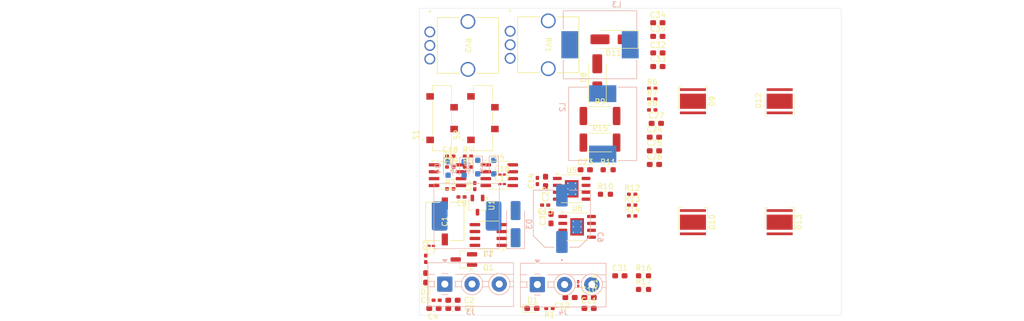
<source format=kicad_pcb>
(kicad_pcb (version 20241229) (generator "pcbnew") (generator_version "9.0")
  (layers (0 "F.Cu" signal) (2 "B.Cu" signal) (13 "F.Paste" user) (15 "B.Paste" user) (5 "F.SilkS" user "F.Silkscreen") (7 "B.SilkS" user "B.Silkscreen") (1 "F.Mask" user) (3 "B.Mask" user) (25 "Edge.Cuts" user))
  (net 0 "")
  (net 1 "GND")
  (net 2 "VCC")
  (net 3 "/SW_1")
  (net 4 "/BST_1")
  (net 5 "/FB_1")
  (net 6 "Net-(D1-A)")
  (net 7 "/LED_EPAD")
  (net 8 "/OVP_1")
  (net 9 "/LED_EN")
  (net 10 "PGND")
  (net 11 "Net-(U3-CV)")
  (net 12 "/TR_THR")
  (net 13 "/VLED_1_n")
  (net 14 "/DIS")
  (net 15 "Net-(D4-K)")
  (net 16 "Net-(D7-A)")
  (net 17 "Net-(U5-INGND)")
  (net 18 "+5V")
  (net 19 "/LED_PWM")
  (net 20 "+12V")
  (net 21 "Net-(U4-CV)")
  (net 22 "Net-(C23-Pad1)")
  (net 23 "Net-(C31-Pad1)")
  (net 24 "/BST_2")
  (net 25 "Net-(D2-A)")
  (net 26 "Net-(D3-K)")
  (net 27 "Net-(D5-K)")
  (net 28 "Net-(D6-A)")
  (net 29 "Net-(D10-K)")
  (net 30 "/SW_2")
  (net 31 "Net-(D12-A)")
  (net 32 "/VLED_2_n")
  (net 33 "/FAN_CTRL")
  (net 34 "Net-(Q1-G)")
  (net 35 "/OVP_2")
  (net 36 "/FB_2")
  (net 37 "Net-(U6-INGND)")
  (net 38 "/FAN_PWM")
  (footprint "compact_LED_Panel_footprints:PTV09A-4015F-B104_BRN" (layer "F.Cu") (at 125.744614 60.1378 -90)
    (property "Reference" "RV2" (at 2.4892 -6.999986 270) (layer "F.SilkS"))
    (property "Value" "10k")
    (pad "1" thru_hole circle (at 0 0 270) (size 2.0066 2.0066) (drill 1.4986) (layers "*.Cu" "*.Mask") (net 16 "Net-(D7-A)"))
    (pad "2" thru_hole circle (at 2.4892 0 270) (size 2.0066 2.0066) (drill 1.4986) (layers "*.Cu" "*.Mask") (net 12 "/TR_THR"))
    (pad "3" thru_hole circle (at 4.9784 0 270) (size 2.0066 2.0066) (drill 1.4986) (layers "*.Cu" "*.Mask") (net 27 "Net-(D5-K)"))
    (pad "4" thru_hole circle (at -1.911 -7 270) (size 2.7178 2.7178) (drill 2.2098) (layers "*.Cu" "*.Mask"))
    (pad "5" thru_hole circle (at 6.8894 -7 270) (size 2.7178 2.7178) (drill 2.2098) (layers "*.Cu" "*.Mask"))
  )
  (footprint "Resistor_SMD:R_0402_1005Metric_Pad0.72x0.64mm_HandSolder" (layer "F.Cu") (at 129.5 83)
    (property "Reference" "C18" (at 0 -1.17 0) (layer "F.SilkS"))
    (property "Value" "100n")
    (pad "1" smd roundrect (at -0.5975 0) (size 0.715 0.64) (layers "F.Cu" "F.Mask" "F.Paste") (net 12 "/TR_THR"))
    (pad "2" smd roundrect (at 0.5975 0) (size 0.715 0.64) (layers "F.Cu" "F.Mask" "F.Paste") (net 1 "GND"))
  )
  (footprint "Resistor_SMD:R_2512_6332Metric_Pad1.40x3.35mm_HandSolder" (layer "F.Cu") (at 157 80.5)
    (property "Reference" "R15" (at 0 -2.62 0) (layer "F.SilkS"))
    (property "Value" "67m")
    (pad "1" smd roundrect (at -3.05 0) (size 1.4 3.35) (layers "F.Cu" "F.Mask" "F.Paste") (roundrect_rratio 0.178571) (net 32 "/VLED_2_n"))
    (pad "2" smd roundrect (at 3.05 0) (size 1.4 3.35) (layers "F.Cu" "F.Mask" "F.Paste") (roundrect_rratio 0.178571) (net 10 "PGND"))
  )
  (footprint "Resistor_SMD:R_2512_6332Metric_Pad1.40x3.35mm_HandSolder" (layer "F.Cu") (at 157 75.61)
    (property "Reference" "R9" (at 0 -2.62 0) (layer "F.SilkS"))
    (property "Value" "67m")
    (pad "1" smd roundrect (at -3.05 0) (size 1.4 3.35) (layers "F.Cu" "F.Mask" "F.Paste") (roundrect_rratio 0.178571) (net 13 "/VLED_1_n"))
    (pad "2" smd roundrect (at 3.05 0) (size 1.4 3.35) (layers "F.Cu" "F.Mask" "F.Paste") (roundrect_rratio 0.178571) (net 10 "PGND"))
  )
  (footprint "Capacitor_SMD:C_0603_1608Metric_Pad1.08x0.95mm_HandSolder" (layer "F.Cu") (at 148 94.5 -90)
    (property "Reference" "C30" (at -0.146267 1.5 90) (layer "F.SilkS"))
    (property "Value" "4.7u")
    (pad "1" smd roundrect (at -0.8625 0 270) (size 1.075 0.95) (layers "F.Cu" "F.Mask" "F.Paste") (net 2 "VCC"))
    (pad "2" smd roundrect (at 0.8625 0 270) (size 1.075 0.95) (layers "F.Cu" "F.Mask" "F.Paste") (net 10 "PGND"))
  )
  (footprint "Resistor_SMD:R_0402_1005Metric_Pad0.72x0.64mm_HandSolder" (layer "F.Cu") (at 125 101.875 -90)
    (property "Reference" "R2" (at -2.5 0 90) (layer "F.SilkS"))
    (property "Value" "1k")
    (pad "1" smd roundrect (at -0.5975 0 270) (size 0.715 0.64) (layers "F.Cu" "F.Mask" "F.Paste") (net 18 "+5V"))
    (pad "2" smd roundrect (at 0.5975 0 270) (size 0.715 0.64) (layers "F.Cu" "F.Mask" "F.Paste") (net 25 "Net-(D2-A)"))
  )
  (footprint "LED_SMD:LED_Cree-XHP50_6V" (layer "F.Cu") (at 174.075 95.14 -90)
    (property "Reference" "D10" (at 0 -3.5 90) (layer "F.SilkS"))
    (property "Value" "LED_Cree_XHP50_6V")
    (pad "1" smd rect (at -2.14 0 270) (size 0.5 4.78) (layers "F.Cu" "F.Mask") (net 29 "Net-(D10-K)"))
    (pad "2" smd rect (at 2.14 0 270) (size 0.5 4.78) (layers "F.Cu" "F.Mask") (net 1 "GND"))
    (pad "3" smd rect (at 0 0 270) (size 2.78 4.78) (layers "F.Cu" "F.Mask") (net 7 "/LED_EPAD"))
  )
  (footprint "Capacitor_SMD:C_0402_1005Metric_Pad0.74x0.62mm_HandSolder" (layer "F.Cu") (at 134 88.5 90)
    (property "Reference" "C6" (at 0 -1.16 90) (layer "F.SilkS"))
    (property "Value" "1u")
    (pad "1" smd roundrect (at -0.5675 0 90) (size 0.735 0.62) (layers "F.Cu" "F.Mask" "F.Paste") (net 18 "+5V"))
    (pad "2" smd roundrect (at 0.5675 0 90) (size 0.735 0.62) (layers "F.Cu" "F.Mask" "F.Paste") (net 1 "GND"))
  )
  (footprint "LED_SMD:LED_0603_1608Metric_Pad1.05x0.95mm_HandSolder" (layer "F.Cu") (at 125 105.375 90)
    (property "Reference" "D2" (at -2.625 0 180) (layer "F.SilkS"))
    (property "Value" "LED")
    (pad "1" smd roundrect (at -0.875 0 90) (size 1.05 0.95) (layers "F.Cu" "F.Mask" "F.Paste") (net 1 "GND"))
    (pad "2" smd roundrect (at 0.875 0 90) (size 1.05 0.95) (layers "F.Cu" "F.Mask" "F.Paste") (net 25 "Net-(D2-A)"))
  )
  (footprint "Capacitor_SMD:C_0201_0603Metric_Pad0.64x0.40mm_HandSolder" (layer "F.Cu") (at 153 106.5 90)
    (property "Reference" "C15" (at 0.5 3 90) (layer "F.SilkS"))
    (property "Value" "100n")
    (pad "1" smd roundrect (at -0.4075 0 90) (size 0.635 0.4) (layers "F.Cu" "F.Mask") (net 2 "VCC"))
    (pad "2" smd roundrect (at 0.4075 0 90) (size 0.635 0.4) (layers "F.Cu" "F.Mask") (net 1 "GND"))
  )
  (footprint "Capacitor_SMD:C_0603_1608Metric_Pad1.08x0.95mm_HandSolder" (layer "F.Cu") (at 167.35 76.96)
    (property "Reference" "C27" (at 0 -1.43 0) (layer "F.SilkS"))
    (property "Value" "10u")
    (pad "1" smd roundrect (at -0.8625 0) (size 1.075 0.95) (layers "F.Cu" "F.Mask" "F.Paste") (net 1 "GND"))
    (pad "2" smd roundrect (at 0.8625 0) (size 1.075 0.95) (layers "F.Cu" "F.Mask" "F.Paste") (net 10 "PGND"))
  )
  (footprint "compact_LED_Panel_footprints:SW_CL-SB-13B-01T" (layer "F.Cu") (at 128 76 90)
    (property "Reference" "S1" (at -3.075 -4.785 90) (layer "F.SilkS"))
    (property "Value" "CL-SB-13B-01T")
    (pad "" np_thru_hole circle (at -3 0 90) (size 0.9 0.9) (drill 0.9) (layers "*.Cu" "*.Mask"))
    (pad "" np_thru_hole circle (at 5 0 90) (size 0.9 0.9) (drill 0.9) (layers "*.Cu" "*.Mask"))
    (pad "1" smd rect (at -4 -2.2 90) (size 1.2 1.4) (layers "F.Cu" "F.Mask" "F.Paste") (net 1 "GND"))
    (pad "2" smd rect (at -2 2.2 90) (size 1.2 1.4) (layers "F.Cu" "F.Mask" "F.Paste") (net 38 "/FAN_PWM"))
    (pad "3" smd rect (at 2 2.2 90) (size 1.2 1.4) (layers "F.Cu" "F.Mask" "F.Paste") (net 34 "Net-(Q1-G)"))
    (pad "4" smd rect (at 4 -2.2 90) (size 1.2 1.4) (layers "F.Cu" "F.Mask" "F.Paste") (net 18 "+5V"))
  )
  (footprint "LED_SMD:LED_0603_1608Metric_Pad1.05x0.95mm_HandSolder" (layer "F.Cu") (at 144.5 111)
    (property "Reference" "D1" (at 0.125 -1.5 0) (layer "F.SilkS"))
    (property "Value" "LED")
    (pad "1" smd roundrect (at -0.875 0) (size 1.05 0.95) (layers "F.Cu" "F.Mask" "F.Paste") (net 1 "GND"))
    (pad "2" smd roundrect (at 0.875 0) (size 1.05 0.95) (layers "F.Cu" "F.Mask" "F.Paste") (net 6 "Net-(D1-A)"))
  )
  (footprint "Capacitor_SMD:C_0402_1005Metric_Pad0.74x0.62mm_HandSolder" (layer "F.Cu") (at 127 109.5 180)
    (property "Reference" "C5" (at 2 0 0) (layer "F.SilkS"))
    (property "Value" "1u")
    (pad "1" smd roundrect (at -0.5675 0 180) (size 0.735 0.62) (layers "F.Cu" "F.Mask" "F.Paste") (net 20 "+12V"))
    (pad "2" smd roundrect (at 0.5675 0 180) (size 0.735 0.62) (layers "F.Cu" "F.Mask" "F.Paste") (net 1 "GND"))
  )
  (footprint "Capacitor_SMD:C_0603_1608Metric_Pad1.08x0.95mm_HandSolder" (layer "F.Cu") (at 167.625 58.45)
    (property "Reference" "C34" (at 0 -1.43 0) (layer "F.SilkS"))
    (property "Value" "10u")
    (pad "1" smd roundrect (at -0.8625 0) (size 1.075 0.95) (layers "F.Cu" "F.Mask" "F.Paste") (net 1 "GND"))
    (pad "2" smd roundrect (at 0.8625 0) (size 1.075 0.95) (layers "F.Cu" "F.Mask" "F.Paste") (net 10 "PGND"))
  )
  (footprint "Capacitor_SMD:C_0603_1608Metric_Pad1.08x0.95mm_HandSolder" (layer "F.Cu") (at 154.3 85.5)
    (property "Reference" "C23" (at 0 -1.43 0) (layer "F.SilkS"))
    (property "Value" "100n")
    (pad "1" smd roundrect (at -0.8625 0) (size 1.075 0.95) (layers "F.Cu" "F.Mask" "F.Paste") (net 22 "Net-(C23-Pad1)"))
    (pad "2" smd roundrect (at 0.8625 0) (size 1.075 0.95) (layers "F.Cu" "F.Mask" "F.Paste") (net 4 "/BST_1"))
  )
  (footprint "Resistor_SMD:R_0603_1608Metric_Pad0.98x0.95mm_HandSolder" (layer "F.Cu") (at 158.5 85.5)
    (property "Reference" "R11" (at 0 -1.43 0) (layer "F.SilkS"))
    (property "Value" "10")
    (pad "1" smd roundrect (at -0.9125 0) (size 0.975 0.95) (layers "F.Cu" "F.Mask" "F.Paste") (net 3 "/SW_1"))
    (pad "2" smd roundrect (at 0.9125 0) (size 0.975 0.95) (layers "F.Cu" "F.Mask" "F.Paste") (net 22 "Net-(C23-Pad1)"))
  )
  (footprint "Resistor_SMD:R_0402_1005Metric_Pad0.72x0.64mm_HandSolder" (layer "F.Cu") (at 162.9025 90.01)
    (property "Reference" "R12" (at 0 -1.17 0) (layer "F.SilkS"))
    (property "Value" "47k")
    (pad "1" smd roundrect (at -0.5975 0) (size 0.715 0.64) (layers "F.Cu" "F.Mask" "F.Paste") (net 1 "GND"))
    (pad "2" smd roundrect (at 0.5975 0) (size 0.715 0.64) (layers "F.Cu" "F.Mask" "F.Paste") (net 35 "/OVP_2"))
  )
  (footprint "LED_SMD:LED_Cree-XHP50_6V" (layer "F.Cu") (at 190 95.14 -90)
    (property "Reference" "D13" (at 0 -3.5 90) (layer "F.SilkS"))
    (property "Value" "LED_Cree_XHP50_6V")
    (pad "1" smd rect (at -2.14 0 270) (size 0.5 4.78) (layers "F.Cu" "F.Mask") (net 31 "Net-(D12-A)"))
    (pad "2" smd rect (at 2.14 0 270) (size 0.5 4.78) (layers "F.Cu" "F.Mask") (net 1 "GND"))
    (pad "3" smd rect (at 0 0 270) (size 2.78 4.78) (layers "F.Cu" "F.Mask") (net 7 "/LED_EPAD"))
  )
  (footprint "Capacitor_SMD:C_0603_1608Metric_Pad1.08x0.95mm_HandSolder" (layer "F.Cu") (at 167.625 60.96)
    (property "Reference" "C35" (at 0 -1.43 0) (layer "F.SilkS"))
    (property "Value" "10u")
    (pad "1" smd roundrect (at -0.8625 0) (size 1.075 0.95) (layers "F.Cu" "F.Mask" "F.Paste") (net 1 "GND"))
    (pad "2" smd roundrect (at 0.8625 0) (size 1.075 0.95) (layers "F.Cu" "F.Mask" "F.Paste") (net 10 "PGND"))
  )
  (footprint "Capacitor_SMD:C_0603_1608Metric_Pad1.08x0.95mm_HandSolder" (layer "F.Cu") (at 155 111)
    (property "Reference" "C11" (at 0 -1.43 0) (layer "F.SilkS"))
    (property "Value" "10u")
    (pad "1" smd roundrect (at -0.8625 0) (size 1.075 0.95) (layers "F.Cu" "F.Mask" "F.Paste") (net 2 "VCC"))
    (pad "2" smd roundrect (at 0.8625 0) (size 1.075 0.95) (layers "F.Cu" "F.Mask" "F.Paste") (net 1 "GND"))
  )
  (footprint "Resistor_SMD:R_0402_1005Metric_Pad0.72x0.64mm_HandSolder" (layer "F.Cu") (at 129.5 89)
    (property "Reference" "R3" (at 0 -1.17 0) (layer "F.SilkS"))
    (property "Value" "1k")
    (pad "1" smd roundrect (at -0.5975 0) (size 0.715 0.64) (layers "F.Cu" "F.Mask" "F.Paste") (net 18 "+5V"))
    (pad "2" smd roundrect (at 0.5975 0) (size 0.715 0.64) (layers "F.Cu" "F.Mask" "F.Paste") (net 14 "/DIS"))
  )
  (footprint "Capacitor_SMD:C_0603_1608Metric_Pad1.08x0.95mm_HandSolder" (layer "F.Cu") (at 130 111)
    (property "Reference" "C3" (at 3 0 0) (layer "F.SilkS"))
    (property "Value" "10u")
    (pad "1" smd roundrect (at -0.8625 0) (size 1.075 0.95) (layers "F.Cu" "F.Mask" "F.Paste") (net 20 "+12V"))
    (pad "2" smd roundrect (at 0.8625 0) (size 1.075 0.95) (layers "F.Cu" "F.Mask" "F.Paste") (net 1 "GND"))
  )
  (footprint "Capacitor_SMD:C_0402_1005Metric_Pad0.74x0.62mm_HandSolder" (layer "F.Cu") (at 131.5675 90.5 180)
    (property "Reference" "C8" (at 0 -1.16 0) (layer "F.SilkS"))
    (property "Value" "1u")
    (pad "1" smd roundrect (at -0.5675 0 180) (size 0.735 0.62) (layers "F.Cu" "F.Mask" "F.Paste") (net 18 "+5V"))
    (pad "2" smd roundrect (at 0.5675 0 180) (size 0.735 0.62) (layers "F.Cu" "F.Mask" "F.Paste") (net 1 "GND"))
  )
  (footprint "Resistor_SMD:R_0402_1005Metric_Pad0.72x0.64mm_HandSolder" (layer "F.Cu") (at 166.5975 70.51)
    (property "Reference" "R6" (at 0 -1.17 0) (layer "F.SilkS"))
    (property "Value" "47k")
    (pad "1" smd roundrect (at -0.5975 0) (size 0.715 0.64) (layers "F.Cu" "F.Mask" "F.Paste") (net 1 "GND"))
    (pad "2" smd roundrect (at 0.5975 0) (size 0.715 0.64) (layers "F.Cu" "F.Mask" "F.Paste") (net 8 "/OVP_1"))
  )
  (footprint "Capacitor_SMD:C_0603_1608Metric_Pad1.08x0.95mm_HandSolder" (layer "F.Cu") (at 151.5 109 180)
    (property "Reference" "C12" (at 1.5 -1.5 0) (layer "F.SilkS"))
    (property "Value" "10u")
    (pad "1" smd roundrect (at -0.8625 0 180) (size 1.075 0.95) (layers "F.Cu" "F.Mask" "F.Paste") (net 2 "VCC"))
    (pad "2" smd roundrect (at 0.8625 0 180) (size 1.075 0.95) (layers "F.Cu" "F.Mask" "F.Paste") (net 1 "GND"))
  )
  (footprint "Resistor_SMD:R_0603_1608Metric_Pad0.98x0.95mm_HandSolder" (layer "F.Cu") (at 165 107.51)
    (property "Reference" "R17" (at 0 -1.43 0) (layer "F.SilkS"))
    (property "Value" "10")
    (pad "1" smd roundrect (at -0.9125 0) (size 0.975 0.95) (layers "F.Cu" "F.Mask" "F.Paste") (net 30 "/SW_2"))
    (pad "2" smd roundrect (at 0.9125 0) (size 0.975 0.95) (layers "F.Cu" "F.Mask" "F.Paste") (net 23 "Net-(C31-Pad1)"))
  )
  (footprint "Capacitor_SMD:C_0603_1608Metric_Pad1.08x0.95mm_HandSolder" (layer "F.Cu") (at 167 84.52)
    (property "Reference" "C26" (at 0 -1.43 0) (layer "F.SilkS"))
    (property "Value" "10u")
    (pad "1" smd roundrect (at -0.8625 0) (size 1.075 0.95) (layers "F.Cu" "F.Mask" "F.Paste") (net 1 "GND"))
    (pad "2" smd roundrect (at 0.8625 0) (size 1.075 0.95) (layers "F.Cu" "F.Mask" "F.Paste") (net 10 "PGND"))
  )
  (footprint "Diode_SMD:D_SMA_Handsoldering" (layer "F.Cu") (at 156.5 68.5 90)
    (property "Reference" "D8" (at 0 -2.5 90) (layer "F.SilkS"))
    (property "Value" "SS56")
    (pad "1" smd roundrect (at -2.5 0 90) (size 3.5 1.8) (layers "F.Cu" "F.Mask" "F.Paste") (roundrect_rratio 0.1388888889) (net 3 "/SW_1"))
    (pad "2" smd roundrect (at 2.5 0 90) (size 3.5 1.8) (layers "F.Cu" "F.Mask" "F.Paste") (roundrect_rratio 0.1388888889) (net 10 "PGND"))
  )
  (footprint "Capacitor_SMD:C_0603_1608Metric_Pad1.08x0.95mm_HandSolder" (layer "F.Cu") (at 126.5 111 180)
    (property "Reference" "C4" (at 0.146267 -1.5 0) (layer "F.SilkS"))
    (property "Value" "10u")
    (pad "1" smd roundrect (at -0.8625 0 180) (size 1.075 0.95) (layers "F.Cu" "F.Mask" "F.Paste") (net 20 "+12V"))
    (pad "2" smd roundrect (at 0.8625 0 180) (size 1.075 0.95) (layers "F.Cu" "F.Mask" "F.Paste") (net 1 "GND"))
  )
  (footprint "Resistor_SMD:R_0402_1005Metric_Pad0.72x0.64mm_HandSolder" (layer "F.Cu") (at 132.75 83)
    (property "Reference" "R4" (at 0 -1.17 0) (layer "F.SilkS"))
    (property "Value" "1k")
    (pad "1" smd roundrect (at -0.5975 0) (size 0.715 0.64) (layers "F.Cu" "F.Mask" "F.Paste") (net 18 "+5V"))
    (pad "2" smd roundrect (at 0.5975 0) (size 0.715 0.64) (layers "F.Cu" "F.Mask" "F.Paste") (net 14 "/DIS"))
  )
  (footprint "Resistor_SMD:R_0402_1005Metric_Pad0.72x0.64mm_HandSolder" (layer "F.Cu") (at 147.7225 111 180)
    (property "Reference" "R1" (at 0 -1.17 0) (layer "F.SilkS"))
    (property "Value" "10k")
    (pad "1" smd roundrect (at -0.5975 0 180) (size 0.715 0.64) (layers "F.Cu" "F.Mask" "F.Paste") (net 2 "VCC"))
    (pad "2" smd roundrect (at 0.5975 0 180) (size 0.715 0.64) (layers "F.Cu" "F.Mask" "F.Paste") (net 6 "Net-(D1-A)"))
  )
  (footprint "Capacitor_SMD:C_0603_1608Metric_Pad1.08x0.95mm_HandSolder" (layer "F.Cu") (at 167.6375 66.51)
    (property "Reference" "C33" (at 0 -1.43 0) (layer "F.SilkS"))
    (property "Value" "10u")
    (pad "1" smd roundrect (at -0.8625 0) (size 1.075 0.95) (layers "F.Cu" "F.Mask" "F.Paste") (net 1 "GND"))
    (pad "2" smd roundrect (at 0.8625 0) (size 1.075 0.95) (layers "F.Cu" "F.Mask" "F.Paste") (net 10 "PGND"))
  )
  (footprint "Capacitor_SMD:C_0201_0603Metric_Pad0.64x0.40mm_HandSolder" (layer "F.Cu") (at 126 99.5 180)
    (property "Reference" "C7" (at 0 -1.05 0) (layer "F.SilkS"))
    (property "Value" "100n")
    (pad "1" smd roundrect (at -0.4075 0 180) (size 0.635 0.4) (layers "F.Cu" "F.Mask") (net 20 "+12V"))
    (pad "2" smd roundrect (at 0.4075 0 180) (size 0.635 0.4) (layers "F.Cu" "F.Mask") (net 1 "GND"))
  )
  (footprint "Resistor_SMD:R_0402_1005Metric_Pad0.72x0.64mm_HandSolder" (layer "F.Cu") (at 166.5975 74.49)
    (property "Reference" "R8" (at 0 -1.17 0) (layer "F.SilkS"))
    (property "Value" "1k")
    (pad "1" smd roundrect (at -0.5975 0) (size 0.715 0.64) (layers "F.Cu" "F.Mask" "F.Paste") (net 5 "/FB_1"))
    (pad "2" smd roundrect (at 0.5975 0) (size 0.715 0.64) (layers "F.Cu" "F.Mask" "F.Paste") (net 13 "/VLED_1_n"))
  )
  (footprint "Resistor_SMD:R_0603_1608Metric_Pad0.98x0.95mm_HandSolder" (layer "F.Cu") (at 158 90)
    (property "Reference" "R10" (at 0 -1.43 0) (layer "F.SilkS"))
    (property "Value" "100")
    (pad "1" smd roundrect (at -0.9125 0) (size 0.975 0.95) (layers "F.Cu" "F.Mask" "F.Paste") (net 17 "Net-(U5-INGND)"))
    (pad "2" smd roundrect (at 0.9125 0) (size 0.975 0.95) (layers "F.Cu" "F.Mask" "F.Paste") (net 1 "GND"))
  )
  (footprint "Diode_SMD:D_SMA_Handsoldering" (layer "F.Cu") (at 159.5 61.5 180)
    (property "Reference" "D11" (at 0 -2.5 0) (layer "F.SilkS"))
    (property "Value" "SS56")
    (pad "1" smd roundrect (at -2.5 0 180) (size 3.5 1.8) (layers "F.Cu" "F.Mask" "F.Paste") (roundrect_rratio 0.1388888889) (net 30 "/SW_2"))
    (pad "2" smd roundrect (at 2.5 0 180) (size 3.5 1.8) (layers "F.Cu" "F.Mask" "F.Paste") (roundrect_rratio 0.1388888889) (net 10 "PGND"))
  )
  (footprint "Resistor_SMD:R_0603_1608Metric_Pad0.98x0.95mm_HandSolder" (layer "F.Cu") (at 165 105)
    (property "Reference" "R16" (at 0 -1.43 0) (layer "F.SilkS"))
    (property "Value" "100")
    (pad "1" smd roundrect (at -0.9125 0) (size 0.975 0.95) (layers "F.Cu" "F.Mask" "F.Paste") (net 37 "Net-(U6-INGND)"))
    (pad "2" smd roundrect (at 0.9125 0) (size 0.975 0.95) (layers "F.Cu" "F.Mask" "F.Paste") (net 1 "GND"))
  )
  (footprint "Capacitor_SMD:C_0603_1608Metric_Pad1.08x0.95mm_HandSolder" (layer "F.Cu") (at 147 87.6375 -90)
    (property "Reference" "C22" (at 2.3625 0 90) (layer "F.SilkS"))
    (property "Value" "4.7u")
    (pad "1" smd roundrect (at -0.8625 0 270) (size 1.075 0.95) (layers "F.Cu" "F.Mask" "F.Paste") (net 2 "VCC"))
    (pad "2" smd roundrect (at 0.8625 0 270) (size 1.075 0.95) (layers "F.Cu" "F.Mask" "F.Paste") (net 10 "PGND"))
  )
  (footprint "Capacitor_SMD:C_0603_1608Metric_Pad1.08x0.95mm_HandSolder" (layer "F.Cu") (at 155 109)
    (property "Reference" "C10" (at 0 -1.43 0) (layer "F.SilkS"))
    (property "Value" "10u")
    (pad "1" smd roundrect (at -0.8625 0) (size 1.075 0.95) (layers "F.Cu" "F.Mask" "F.Paste") (net 2 "VCC"))
    (pad "2" smd roundrect (at 0.8625 0) (size 1.075 0.95) (layers "F.Cu" "F.Mask" "F.Paste") (net 1 "GND"))
  )
  (footprint "Package_SO:SOIC-8_3.9x4.9mm_P1.27mm" (layer "F.Cu") (at 138.5 86.5)
    (property "Reference" "U4" (at 0 -3.4 0) (layer "F.SilkS"))
    (property "Value" "NE555DR-EV")
    (pad "1" smd roundrect (at -2.475 -1.905) (size 1.95 0.6) (layers "F.Cu" "F.Mask" "F.Paste") (net 1 "GND"))
    (pad "2" smd roundrect (at -2.475 -0.635) (size 1.95 0.6) (layers "F.Cu" "F.Mask" "F.Paste") (net 12 "/TR_THR"))
    (pad "3" smd roundrect (at -2.475 0.635) (size 1.95 0.6) (layers "F.Cu" "F.Mask" "F.Paste") (net 38 "/FAN_PWM"))
    (pad "4" smd roundrect (at -2.475 1.905) (size 1.95 0.6) (layers "F.Cu" "F.Mask" "F.Paste") (net 18 "+5V"))
    (pad "5" smd roundrect (at 2.475 1.905) (size 1.95 0.6) (layers "F.Cu" "F.Mask" "F.Paste") (net 21 "Net-(U4-CV)"))
    (pad "6" smd roundrect (at 2.475 0.635) (size 1.95 0.6) (layers "F.Cu" "F.Mask" "F.Paste") (net 12 "/TR_THR"))
    (pad "7" smd roundrect (at 2.475 -0.635) (size 1.95 0.6) (layers "F.Cu" "F.Mask" "F.Paste") (net 14 "/DIS"))
    (pad "8" smd roundrect (at 2.475 -1.905) (size 1.95 0.6) (layers "F.Cu" "F.Mask" "F.Paste") (net 18 "+5V"))
  )
  (footprint "Resistor_SMD:R_0201_0603Metric_Pad0.64x0.40mm_HandSolder" (layer "F.Cu") (at 139.03 88.13)
    (property "Reference" "C17" (at 0 -1.05 0) (layer "F.SilkS"))
    (property "Value" "10n")
    (pad "1" smd roundrect (at -0.4075 0) (size 0.635 0.4) (layers "F.Cu" "F.Mask") (net 1 "GND"))
    (pad "2" smd roundrect (at 0.4075 0) (size 0.635 0.4) (layers "F.Cu" "F.Mask") (net 21 "Net-(U4-CV)"))
  )
  (footprint "compact_LED_Panel_footprints:PTV09A-4015F-B104_BRN" (layer "F.Cu") (at 140.5 60.0108 -90)
    (property "Reference" "RV1" (at 2.4892 -6.999986 270) (layer "F.SilkS"))
    (property "Value" "10k")
    (pad "1" thru_hole circle (at 0 0 270) (size 2.0066 2.0066) (drill 1.4986) (layers "*.Cu" "*.Mask") (net 28 "Net-(D6-A)"))
    (pad "2" thru_hole circle (at 2.4892 0 270) (size 2.0066 2.0066) (drill 1.4986) (layers "*.Cu" "*.Mask") (net 12 "/TR_THR"))
    (pad "3" thru_hole circle (at 4.9784 0 270) (size 2.0066 2.0066) (drill 1.4986) (layers "*.Cu" "*.Mask") (net 15 "Net-(D4-K)"))
    (pad "4" thru_hole circle (at -1.911 -7 270) (size 2.7178 2.7178) (drill 2.2098) (layers "*.Cu" "*.Mask"))
    (pad "5" thru_hole circle (at 6.8894 -7 270) (size 2.7178 2.7178) (drill 2.2098) (layers "*.Cu" "*.Mask"))
  )
  (footprint "LED_SMD:LED_Cree-XHP50_6V" (layer "F.Cu") (at 190 72.89 90)
    (property "Reference" "D12" (at 0.11 -3.925 90) (layer "F.SilkS"))
    (property "Value" "LED_Cree_XHP50_6V")
    (pad "1" smd rect (at -2.14 0 90) (size 0.5 4.78) (layers "F.Cu" "F.Mask") (net 32 "/VLED_2_n"))
    (pad "2" smd rect (at 2.14 0 90) (size 0.5 4.78) (layers "F.Cu" "F.Mask") (net 31 "Net-(D12-A)"))
    (pad "3" smd rect (at 0 0 90) (size 2.78 4.78) (layers "F.Cu" "F.Mask") (net 7 "/LED_EPAD"))
  )
  (footprint "Resistor_SMD:R_0402_1005Metric_Pad0.72x0.64mm_HandSolder" (layer "F.Cu") (at 162.9025 93.99)
    (property "Reference" "R14" (at 0 -1.17 0) (layer "F.SilkS"))
    (property "Value" "1k")
    (pad "1" smd roundrect (at -0.5975 0) (size 0.715 0.64) (layers "F.Cu" "F.Mask" "F.Paste") (net 36 "/FB_2"))
    (pad "2" smd roundrect (at 0.5975 0) (size 0.715 0.64) (layers "F.Cu" "F.Mask" "F.Paste") (net 32 "/VLED_2_n"))
  )
  (footprint "Capacitor_SMD:C_0603_1608Metric_Pad1.08x0.95mm_HandSolder" (layer "F.Cu") (at 167.6375 64)
    (property "Reference" "C32" (at 0 -1.43 0) (layer "F.SilkS"))
    (property "Value" "1u")
    (pad "1" smd roundrect (at -0.8625 0) (size 1.075 0.95) (layers "F.Cu" "F.Mask" "F.Paste") (net 1 "GND"))
    (pad "2" smd roundrect (at 0.8625 0) (size 1.075 0.95) (layers "F.Cu" "F.Mask" "F.Paste") (net 10 "PGND"))
  )
  (footprint "Package_TO_SOT_SMD:SOT-23_Handsoldering" (layer "F.Cu") (at 132 102 180)
    (property "Reference" "Q1" (at -4.5 -1.5 0) (layer "F.SilkS"))
    (property "Value" "AO3400A")
    (pad "1" smd roundrect (at -1.5 -0.95 180) (size 1.9 0.8) (layers "F.Cu" "F.Mask" "F.Paste") (net 33 "/FAN_CTRL"))
    (pad "2" smd roundrect (at -1.5 0.95 180) (size 1.9 0.8) (layers "F.Cu" "F.Mask" "F.Paste") (net 34 "Net-(Q1-G)"))
    (pad "3" smd roundrect (at 1.5 0 180) (size 1.9 0.8) (layers "F.Cu" "F.Mask" "F.Paste") (net 1 "GND"))
  )
  (footprint "Resistor_SMD:R_0402_1005Metric_Pad0.72x0.64mm_HandSolder" (layer "F.Cu") (at 166.5975 72.5)
    (property "Reference" "R7" (at 0 -1.17 0) (layer "F.SilkS"))
    (property "Value" "10k")
    (pad "1" smd roundrect (at -0.5975 0) (size 0.715 0.64) (layers "F.Cu" "F.Mask" "F.Paste") (net 8 "/OVP_1"))
    (pad "2" smd roundrect (at 0.5975 0) (size 0.715 0.64) (layers "F.Cu" "F.Mask" "F.Paste") (net 10 "PGND"))
  )
  (footprint "LED_SMD:LED_Cree-XHP50_6V" (layer "F.Cu") (at 174.075 72.89 -90)
    (property "Reference" "D9" (at 0 -3.5 90) (layer "F.SilkS"))
    (property "Value" "LED_Cree_XHP50_6V")
    (pad "1" smd rect (at -2.14 0 270) (size 0.5 4.78) (layers "F.Cu" "F.Mask") (net 13 "/VLED_1_n"))
    (pad "2" smd rect (at 2.14 0 270) (size 0.5 4.78) (layers "F.Cu" "F.Mask") (net 29 "Net-(D10-K)"))
    (pad "3" smd rect (at 0 0 270) (size 2.78 4.78) (layers "F.Cu" "F.Mask") (net 7 "/LED_EPAD"))
  )
  (footprint "Capacitor_SMD:C_0402_1005Metric_Pad0.74x0.62mm_HandSolder" (layer "F.Cu") (at 145.5 87.5675 90)
    (property "Reference" "C14" (at 0 -1.16 90) (layer "F.SilkS"))
    (property "Value" "1u")
    (pad "1" smd roundrect (at -0.5675 0 90) (size 0.735 0.62) (layers "F.Cu" "F.Mask" "F.Paste") (net 2 "VCC"))
    (pad "2" smd roundrect (at 0.5675 0 90) (size 0.735 0.62) (layers "F.Cu" "F.Mask" "F.Paste") (net 1 "GND"))
  )
  (footprint "Capacitor_SMD:C_0603_1608Metric_Pad1.08x0.95mm_HandSolder" (layer "F.Cu") (at 167 82.01)
    (property "Reference" "C25" (at 0 -1.43 0) (layer "F.SilkS"))
    (property "Value" "10u")
    (pad "1" smd roundrect (at -0.8625 0) (size 1.075 0.95) (layers "F.Cu" "F.Mask" "F.Paste") (net 1 "GND"))
    (pad "2" smd roundrect (at 0.8625 0) (size 1.075 0.95) (layers "F.Cu" "F.Mask" "F.Paste") (net 10 "PGND"))
  )
  (footprint "Capacitor_SMD:C_0402_1005Metric_Pad0.74x0.62mm_HandSolder" (layer "F.Cu") (at 146.9325 92 180)
    (property "Reference" "C13" (at 0 -1.16 180) (layer "F.SilkS"))
    (property "Value" "1u")
    (pad "1" smd roundrect (at -0.5675 0 180) (size 0.735 0.62) (layers "F.Cu" "F.Mask" "F.Paste") (net 2 "VCC"))
    (pad "2" smd roundrect (at 0.5675 0 180) (size 0.735 0.62) (layers "F.Cu" "F.Mask" "F.Paste") (net 1 "GND"))
  )
  (footprint "Resistor_SMD:R_0402_1005Metric_Pad0.72x0.64mm_HandSolder" (layer "F.Cu") (at 129.5 84.99)
    (property "Reference" "C19" (at 0 -1.17 0) (layer "F.SilkS"))
    (property "Value" "100n")
    (pad "1" smd roundrect (at -0.5975 0) (size 0.715 0.64) (layers "F.Cu" "F.Mask" "F.Paste") (net 12 "/TR_THR"))
    (pad "2" smd roundrect (at 0.5975 0) (size 0.715 0.64) (layers "F.Cu" "F.Mask" "F.Paste") (net 1 "GND"))
  )
  (footprint "Package_TO_SOT_SMD:TSOT-23" (layer "F.Cu") (at 134.5 92 -90)
    (property "Reference" "U1" (at 0 -2.6 90) (layer "F.SilkS"))
    (property "Value" "AP2210N-5.0TRG1")
    (pad "1" smd roundrect (at -1.31 -0.95 270) (size 1.22 0.65) (layers "F.Cu" "F.Mask" "F.Paste") (net 1 "GND"))
    (pad "2" smd roundrect (at -1.31 0.95 270) (size 1.22 0.65) (layers "F.Cu" "F.Mask" "F.Paste") (net 18 "+5V"))
    (pad "3" smd roundrect (at 1.31 0 270) (size 1.22 0.65) (layers "F.Cu" "F.Mask" "F.Paste") (net 20 "+12V"))
  )
  (footprint "Capacitor_SMD:C_0603_1608Metric_Pad1.08x0.95mm_HandSolder" (layer "F.Cu") (at 130 109.5)
    (property "Reference" "C2" (at 3 0 0) (layer "F.SilkS"))
    (property "Value" "10u")
    (pad "1" smd roundrect (at -0.8625 0) (size 1.075 0.95) (layers "F.Cu" "F.Mask" "F.Paste") (net 20 "+12V"))
    (pad "2" smd roundrect (at 0.8625 0) (size 1.075 0.95) (layers "F.Cu" "F.Mask" "F.Paste") (net 1 "GND"))
  )
  (footprint "Resistor_SMD:R_0402_1005Metric_Pad0.72x0.64mm_HandSolder" (layer "F.Cu") (at 162.9025 92)
    (property "Reference" "R13" (at 0 -1.17 0) (layer "F.SilkS"))
    (property "Value" "10k")
    (pad "1" smd roundrect (at -0.5975 0) (size 0.715 0.64) (layers "F.Cu" "F.Mask" "F.Paste") (net 35 "/OVP_2"))
    (pad "2" smd roundrect (at 0.5975 0) (size 0.715 0.64) (layers "F.Cu" "F.Mask" "F.Paste") (net 10 "PGND"))
  )
  (footprint "Capacitor_SMD:C_0603_1608Metric_Pad1.08x0.95mm_HandSolder" (layer "F.Cu") (at 160.65 105)
    (property "Reference" "C31" (at 0 -1.43 0) (layer "F.SilkS"))
    (property "Value" "100n")
    (pad "1" smd roundrect (at -0.8625 0) (size 1.075 0.95) (layers "F.Cu" "F.Mask" "F.Paste") (net 23 "Net-(C31-Pad1)"))
    (pad "2" smd roundrect (at 0.8625 0) (size 1.075 0.95) (layers "F.Cu" "F.Mask" "F.Paste") (net 24 "/BST_2"))
  )
  (footprint "Resistor_SMD:R_0402_1005Metric_Pad0.72x0.64mm_HandSolder" (layer "F.Cu") (at 132.75 84.99)
    (property "Reference" "R5" (at 0 -1.17 0) (layer "F.SilkS"))
    (property "Value" "10k")
    (pad "1" smd roundrect (at -0.5975 0) (size 0.715 0.64) (layers "F.Cu" "F.Mask" "F.Paste") (net 9 "/LED_EN"))
    (pad "2" smd roundrect (at 0.5975 0) (size 0.715 0.64) (layers "F.Cu" "F.Mask" "F.Paste") (net 1 "GND"))
  )
  (footprint "Capacitor_SMD:C_0603_1608Metric_Pad1.08x0.95mm_HandSolder" (layer "F.Cu") (at 167 79.5)
    (property "Reference" "C24" (at 0 -1.43 0) (layer "F.SilkS"))
    (property "Value" "1u")
    (pad "1" smd roundrect (at -0.8625 0) (size 1.075 0.95) (layers "F.Cu" "F.Mask" "F.Paste") (net 1 "GND"))
    (pad "2" smd roundrect (at 0.8625 0) (size 1.075 0.95) (layers "F.Cu" "F.Mask" "F.Paste") (net 10 "PGND"))
  )
  (footprint "Package_SO:SOIC-8_3.9x4.9mm_P1.27mm" (layer "F.Cu") (at 136.5 97.5 180)
    (property "Reference" "U2" (at 0 -3.4 0) (layer "F.SilkS"))
    (property "Value" "XL1509")
    (pad "1" smd roundrect (at -2.475 -1.905 180) (size 1.95 0.6) (layers "F.Cu" "F.Mask" "F.Paste") (net 2 "VCC"))
    (pad "2" smd roundrect (at -2.475 -0.635 180) (size 1.95 0.6) (layers "F.Cu" "F.Mask" "F.Paste") (net 26 "Net-(D3-K)"))
    (pad "3" smd roundrect (at -2.475 0.635 180) (size 1.95 0.6) (layers "F.Cu" "F.Mask" "F.Paste") (net 20 "+12V"))
    (pad "4" smd roundrect (at -2.475 1.905 180) (size 1.95 0.6) (layers "F.Cu" "F.Mask" "F.Paste") (net 1 "GND"))
    (pad "5" smd roundrect (at 2.475 1.905 180) (size 1.95 0.6) (layers "F.Cu" "F.Mask" "F.Paste") (net 1 "GND"))
    (pad "6" smd roundrect (at 2.475 0.635 180) (size 1.95 0.6) (layers "F.Cu" "F.Mask" "F.Paste") (net 1 "GND"))
    (pad "7" smd roundrect (at 2.475 -0.635 180) (size 1.95 0.6) (layers "F.Cu" "F.Mask" "F.Paste") (net 1 "GND"))
    (pad "8" smd roundrect (at 2.475 -1.905 180) (size 1.95 0.6) (layers "F.Cu" "F.Mask" "F.Paste") (net 1 "GND"))
  )
  (footprint "compact_LED_Panel_footprints:SW_CL-SB-13B-01T" (layer "F.Cu") (at 135.5 76 90)
    (property "Reference" "S2" (at -3.075 -4.785 90) (layer "F.SilkS"))
    (property "Value" "CL-SB-13B-01T")
    (pad "" np_thru_hole circle (at -3 0 90) (size 0.9 0.9) (drill 0.9) (layers "*.Cu" "*.Mask"))
    (pad "" np_thru_hole circle (at 5 0 90) (size 0.9 0.9) (drill 0.9) (layers "*.Cu" "*.Mask"))
    (pad "1" smd rect (at -4 -2.2 90) (size 1.2 1.4) (layers "F.Cu" "F.Mask" "F.Paste") (net 18 "+5V"))
    (pad "2" smd rect (at -2 2.2 90) (size 1.2 1.4) (layers "F.Cu" "F.Mask" "F.Paste") (net 19 "/LED_PWM"))
    (pad "3" smd rect (at 2 2.2 90) (size 1.2 1.4) (layers "F.Cu" "F.Mask" "F.Paste") (net 9 "/LED_EN"))
    (pad "4" smd rect (at 4 -2.2 90) (size 1.2 1.4) (layers "F.Cu" "F.Mask" "F.Paste") (net 1 "GND"))
  )
  (footprint "Resistor_SMD:R_0201_0603Metric_Pad0.64x0.40mm_HandSolder" (layer "F.Cu") (at 139.03 86.38)
    (property "Reference" "C16" (at 0 -1.05 0) (layer "F.SilkS"))
    (property "Value" "10n")
    (pad "1" smd roundrect (at -0.4075 0) (size 0.635 0.4) (layers "F.Cu" "F.Mask") (net 1 "GND"))
    (pad "2" smd roundrect (at 0.4075 0) (size 0.635 0.4) (layers "F.Cu" "F.Mask") (net 11 "Net-(U3-CV)"))
  )
  (footprint "Package_SO:SOIC-8-1EP_3.9x4.9mm_P1.27mm_EP2.514x3.2mm_ThermalVias" (layer "F.Cu") (at 151.8 89)
    (property "Reference" "U5" (at 0 -3.4 0) (layer "F.SilkS"))
    (property "Value" "MP24833-AGN-Z")
    (pad "1" smd roundrect (at -2.6375 -1.905) (size 1.625 0.6) (layers "F.Cu" "F.Mask" "F.Paste") (net 2 "VCC"))
    (pad "2" smd roundrect (at -2.6375 -0.635) (size 1.625 0.6) (layers "F.Cu" "F.Mask" "F.Paste") (net 10 "PGND"))
    (pad "3" smd roundrect (at -2.6375 0.635) (size 1.625 0.6) (layers "F.Cu" "F.Mask" "F.Paste") (net 8 "/OVP_1"))
    (pad "4" smd roundrect (at -2.6375 1.905) (size 1.625 0.6) (layers "F.Cu" "F.Mask" "F.Paste") (net 5 "/FB_1"))
    (pad "5" smd roundrect (at 2.6375 1.905) (size 1.625 0.6) (layers "F.Cu" "F.Mask" "F.Paste") (net 9 "/LED_EN"))
    (pad "6" smd roundrect (at 2.6375 0.635) (size 1.625 0.6) (layers "F.Cu" "F.Mask" "F.Paste") (net 17 "Net-(U5-INGND)"))
    (pad "7" smd roundrect (at 2.6375 -0.635) (size 1.625 0.6) (layers "F.Cu" "F.Mask" "F.Paste") (net 4 "/BST_1"))
    (pad "8" smd roundrect (at 2.6375 -1.905) (size 1.625 0.6) (layers "F.Cu" "F.Mask" "F.Paste") (net 3 "/SW_1"))
    (pad "9" thru_hole circle (at -0.7 -1) (size 0.5 0.5) (drill 0.2) (property pad_prop_heatsink) (layers "*.Cu") (net 10 "PGND"))
    (pad "9" thru_hole circle (at -0.7 0) (size 0.5 0.5) (drill 0.2) (property pad_prop_heatsink) (layers "*.Cu") (net 10 "PGND"))
    (pad "9" thru_hole circle (at -0.7 1) (size 0.5 0.5) (drill 0.2) (property pad_prop_heatsink) (layers "*.Cu") (net 10 "PGND"))
    (pad "9" smd rect (at 0 0) (size 1.9 2.5) (property pad_prop_heatsink) (layers "B.Cu") (net 10 "PGND"))
    (pad "9" smd rect (at 0 0) (size 2.514 3.2) (property pad_prop_heatsink) (layers "F.Cu" "F.Mask") (net 10 "PGND"))
    (pad "9" thru_hole circle (at 0.7 -1) (size 0.5 0.5) (drill 0.2) (property pad_prop_heatsink) (layers "*.Cu") (net 10 "PGND"))
    (pad "9" thru_hole circle (at 0.7 0) (size 0.5 0.5) (drill 0.2) (property pad_prop_heatsink) (layers "*.Cu") (net 10 "PGND"))
    (pad "9" thru_hole circle (at 0.7 1) (size 0.5 0.5) (drill 0.2) (property pad_prop_heatsink) (layers "*.Cu") (net 10 "PGND"))
  )
  (footprint "Package_SO:SOIC-8-1EP_3.9x4.9mm_P1.27mm_EP2.514x3.2mm_ThermalVias" (layer "F.Cu") (at 152.8 96)
    (property "Reference" "U6" (at 0 -3.4 0) (layer "F.SilkS"))
    (property "Value" "MP24833-AGN-Z")
    (pad "1" smd roundrect (at -2.6375 -1.905) (size 1.625 0.6) (layers "F.Cu" "F.Mask" "F.Paste") (net 2 "VCC"))
    (pad "2" smd roundrect (at -2.6375 -0.635) (size 1.625 0.6) (layers "F.Cu" "F.Mask" "F.Paste") (net 10 "PGND"))
    (pad "3" smd roundrect (at -2.6375 0.635) (size 1.625 0.6) (layers "F.Cu" "F.Mask" "F.Paste") (net 35 "/OVP_2"))
    (pad "4" smd roundrect (at -2.6375 1.905) (size 1.625 0.6) (layers "F.Cu" "F.Mask" "F.Paste") (net 36 "/FB_2"))
    (pad "5" smd roundrect (at 2.6375 1.905) (size 1.625 0.6) (layers "F.Cu" "F.Mask" "F.Paste") (net 9 "/LED_EN"))
    (pad "6" smd roundrect (at 2.6375 0.635) (size 1.625 0.6) (layers "F.Cu" "F.Mask" "F.Paste") (net 37 "Net-(U6-INGND)"))
    (pad "7" smd roundrect (at 2.6375 -0.635) (size 1.625 0.6) (layers "F.Cu" "F.Mask" "F.Paste") (net 24 "/BST_2"))
    (pad "8" smd roundrect (at 2.6375 -1.905) (size 1.625 0.6) (layers "F.Cu" "F.Mask" "F.Paste") (net 30 "/SW_2"))
    (pad "9" thru_hole circle (at -0.7 -1) (size 0.5 0.5) (drill 0.2) (property pad_prop_heatsink) (layers "*.Cu") (net 10 "PGND"))
    (pad "9" thru_hole circle (at -0.7 0) (size 0.5 0.5) (drill 0.2) (property pad_prop_heatsink) (layers "*.Cu") (net 10 "PGND"))
    (pad "9" thru_hole circle (at -0.7 1) (size 0.5 0.5) (drill 0.2) (property pad_prop_heatsink) (layers "*.Cu") (net 10 "PGND"))
    (pad "9" smd rect (at 0 0) (size 1.9 2.5) (property pad_prop_heatsink) (layers "B.Cu") (net 10 "PGND"))
    (pad "9" smd rect (at 0 0) (size 2.514 3.2) (property pad_prop_heatsink) (layers "F.Cu" "F.Mask") (net 10 "PGND"))
    (pad "9" thru_hole circle (at 0.7 -1) (size 0.5 0.5) (drill 0.2) (property pad_prop_heatsink) (layers "*.Cu") (net 10 "PGND"))
    (pad "9" thru_hole circle (at 0.7 0) (size 0.5 0.5) (drill 0.2) (property pad_prop_heatsink) (layers "*.Cu") (net 10 "PGND"))
    (pad "9" thru_hole circle (at 0.7 1) (size 0.5 0.5) (drill 0.2) (property pad_prop_heatsink) (layers "*.Cu") (net 10 "PGND"))
  )
  (footprint "12V_Buck_Footprints:CAP_6.3 X 7.7_PAN" (layer "F.Cu") (at 128.5 95 90)
    (property "Reference" "C1" (at 0 0 90) (layer "F.SilkS"))
    (property "Value" "220u")
    (pad "1" smd rect (at -3.3147 0 90) (size 2.1844 1.143) (layers "F.Cu" "F.Mask" "F.Paste") (net 20 "+12V"))
    (pad "2" smd rect (at 3.3147 0 90) (size 2.1844 1.143) (layers "F.Cu" "F.Mask" "F.Paste") (net 1 "GND"))
  )
  (footprint "Package_SO:SOIC-8_3.9x4.9mm_P1.27mm" (layer "F.Cu") (at 129 86.5)
    (property "Reference" "U3" (at 0 -3.4 0) (layer "F.SilkS"))
    (property "Value" "NE555DR-EV")
    (pad "1" smd roundrect (at -2.475 -1.905) (size 1.95 0.6) (layers "F.Cu" "F.Mask" "F.Paste") (net 1 "GND"))
    (pad "2" smd roundrect (at -2.475 -0.635) (size 1.95 0.6) (layers "F.Cu" "F.Mask" "F.Paste") (net 12 "/TR_THR"))
    (pad "3" smd roundrect (at -2.475 0.635) (size 1.95 0.6) (layers "F.Cu" "F.Mask" "F.Paste") (net 19 "/LED_PWM"))
    (pad "4" smd roundrect (at -2.475 1.905) (size 1.95 0.6) (layers "F.Cu" "F.Mask" "F.Paste") (net 18 "+5V"))
    (pad "5" smd roundrect (at 2.475 1.905) (size 1.95 0.6) (layers "F.Cu" "F.Mask" "F.Paste") (net 11 "Net-(U3-CV)"))
    (pad "6" smd roundrect (at 2.475 0.635) (size 1.95 0.6) (layers "F.Cu" "F.Mask" "F.Paste") (net 12 "/TR_THR"))
    (pad "7" smd roundrect (at 2.475 -0.635) (size 1.95 0.6) (layers "F.Cu" "F.Mask" "F.Paste") (net 14 "/DIS"))
    (pad "8" smd roundrect (at 2.475 -1.905) (size 1.95 0.6) (layers "F.Cu" "F.Mask" "F.Paste") (net 18 "+5V"))
  )
  (footprint "TerminalBlock:TerminalBlock_MaiXu_MX126-5.0-03P_1x03_P5.00mm" (layer "B.Cu") (at 145.5 106.615835)
    (property "Reference" "J4" (at 4.75 5.12 0) (layer "B.SilkS") (effects (justify mirror)))
    (property "Value" "Screw_Terminal_01x03")
    (pad "1" thru_hole roundrect (at 0 0) (size 2.8 2.8) (drill 1.3) (layers "*.Cu" "*.Mask") (roundrect_rratio 0.089286) (net 1 "GND"))
    (pad "2" thru_hole circle (at 5 0) (size 2.8 2.8) (drill 1.3) (layers "*.Cu" "*.Mask") (net 2 "VCC"))
    (pad "3" thru_hole circle (at 10 0) (size 2.8 2.8) (drill 1.3) (layers "*.Cu" "*.Mask") (net 2 "VCC"))
  )
  (footprint "Diode_SMD:D_SOD-323_HandSoldering" (layer "B.Cu") (at 129.1 85.25 -90)
    (property "Reference" "D4" (at 0 1.85 90) (layer "B.SilkS") (effects (justify mirror)))
    (property "Value" "1N4148WX-TP")
    (pad "1" smd roundrect (at -1.25 0 270) (size 1 1) (layers "B.Cu" "B.Mask" "B.Paste") (net 15 "Net-(D4-K)"))
    (pad "2" smd roundrect (at 1.25 0 270) (size 1 1) (layers "B.Cu" "B.Mask" "B.Paste") (net 14 "/DIS"))
  )
  (footprint "12V_Buck_Footprints:CDRH127L125NP-680MC" (layer "B.Cu") (at 132.5 94)
    (property "Reference" "L1" (at 4 7 180) (layer "B.SilkS") (effects (font (thickness 0.1)) (justify mirror)))
    (property "Value" "L")
    (pad "1" smd roundrect (at -4.95 0 270) (size 5.4 2.9) (layers "B.Cu" "B.Mask" "B.Paste") (roundrect_rratio 0.15) (net 20 "+12V"))
    (pad "2" smd roundrect (at 4.95 0 270) (size 5.4 2.9) (layers "B.Cu" "B.Mask" "B.Paste") (roundrect_rratio 0.15) (net 26 "Net-(D3-K)"))
  )
  (footprint "Diode_SMD:D_SOD-323_HandSoldering" (layer "B.Cu") (at 137.5 85 -90)
    (property "Reference" "D7" (at 0 1.85 90) (layer "B.SilkS") (effects (justify mirror)))
    (property "Value" "1N4148WX-TP")
    (pad "1" smd roundrect (at -1.25 0 270) (size 1 1) (layers "B.Cu" "B.Mask" "B.Paste") (net 14 "/DIS"))
    (pad "2" smd roundrect (at 1.25 0 270) (size 1 1) (layers "B.Cu" "B.Mask" "B.Paste") (net 16 "Net-(D7-A)"))
  )
  (footprint "12V_Buck_Footprints:IND_SRP1265A-330M" (layer "B.Cu") (at 157 62.5 180)
    (property "Reference" "L3" (at -3.075 7.385 0) (layer "B.SilkS") (effects (justify mirror)))
    (property "Value" "33u")
    (pad "1" smd rect (at -5.55 0 180) (size 3.1 5) (layers "B.Cu" "B.Mask" "B.Paste") (net 30 "/SW_2"))
    (pad "2" smd rect (at 5.55 0 180) (size 3.1 5) (layers "B.Cu" "B.Mask" "B.Paste") (net 1 "GND"))
  )
  (footprint "12V_Buck_Footprints:IND_SRP1265A-330M" (layer "B.Cu") (at 157.5 77.05 -90)
    (property "Reference" "L2" (at -3.075 7.385 90) (layer "B.SilkS") (effects (justify mirror)))
    (property "Value" "33u")
    (pad "1" smd rect (at -5.55 0 270) (size 3.1 5) (layers "B.Cu" "B.Mask" "B.Paste") (net 3 "/SW_1"))
    (pad "2" smd rect (at 5.55 0 270) (size 3.1 5) (layers "B.Cu" "B.Mask" "B.Paste") (net 1 "GND"))
  )
  (footprint "compact_LED_Panel_footprints:CAPAE1030X1050N" (layer "B.Cu") (at 150 94.5 90)
    (property "Reference" "C9" (at -3.38 7.135 90) (layer "B.SilkS") (effects (justify mirror)))
    (property "Value" "330u")
    (pad "1" smd roundrect (at -4.275 0 90) (size 4.06 2.12) (layers "B.Cu" "B.Mask" "B.Paste") (roundrect_rratio 0.125) (net 2 "VCC"))
    (pad "2" smd roundrect (at 4.275 0 90) (size 4.06 2.12) (layers "B.Cu" "B.Mask" "B.Paste") (roundrect_rratio 0.125) (net 1 "GND"))
  )
  (footprint "TerminalBlock:TerminalBlock_MaiXu_MX126-5.0-03P_1x03_P5.00mm" (layer "B.Cu") (at 128.5 106.5325)
    (property "Reference" "J3" (at 4.75 5.12 0) (layer "B.SilkS") (effects (justify mirror)))
    (property "Value" "Screw_Terminal_01x03")
    (pad "1" thru_hole roundrect (at 0 0) (size 2.8 2.8) (drill 1.3) (layers "*.Cu" "*.Mask") (roundrect_rratio 0.089286) (net 20 "+12V"))
    (pad "2" thru_hole circle (at 5 0) (size 2.8 2.8) (drill 1.3) (layers "*.Cu" "*.Mask") (net 33 "/FAN_CTRL"))
    (pad "3" thru_hole circle (at 10 0) (size 2.8 2.8) (drill 1.3) (layers "*.Cu" "*.Mask") (net 1 "GND"))
  )
  (footprint "Diode_SMD:D_SMA_Handsoldering" (layer "B.Cu") (at 141.5 95.5 90)
    (property "Reference" "D3" (at 0 2.5 90) (layer "B.SilkS") (effects (justify mirror)))
    (property "Value" "SS56")
    (pad "1" smd roundrect (at -2.5 0 90) (size 3.5 1.8) (layers "B.Cu" "B.Mask" "B.Paste") (roundrect_rratio 0.1388888889) (net 26 "Net-(D3-K)"))
    (pad "2" smd roundrect (at 2.5 0 90) (size 3.5 1.8) (layers "B.Cu" "B.Mask" "B.Paste") (roundrect_rratio 0.1388888889) (net 1 "GND"))
  )
  (footprint "Diode_SMD:D_SOD-323_HandSoldering" (layer "B.Cu") (at 132.05 85.25 -90)
    (property "Reference" "D5" (at 0 1.85 90) (layer "B.SilkS") (effects (justify mirror)))
    (property "Value" "1N4148WX-TP")
    (pad "1" smd roundrect (at -1.25 0 270) (size 1 1) (layers "B.Cu" "B.Mask" "B.Paste") (net 27 "Net-(D5-K)"))
    (pad "2" smd roundrect (at 1.25 0 270) (size 1 1) (layers "B.Cu" "B.Mask" "B.Paste") (net 14 "/DIS"))
  )
  (footprint "Diode_SMD:D_SOD-323_HandSoldering" (layer "B.Cu") (at 134.55 85 -90)
    (property "Reference" "D6" (at 0 1.85 90) (layer "B.SilkS") (effects (justify mirror)))
    (property "Value" "1N4148WX-TP")
    (pad "1" smd roundrect (at -1.25 0 270) (size 1 1) (layers "B.Cu" "B.Mask" "B.Paste") (net 14 "/DIS"))
    (pad "2" smd roundrect (at 1.25 0 270) (size 1 1) (layers "B.Cu" "B.Mask" "B.Paste") (net 28 "Net-(D6-A)"))
  )
  (gr_rect (start 123.7875 55.765) (end 201.2875 112.265) (stroke (width 0.05)) (fill no) (layer "Edge.Cuts"))
)
</source>
